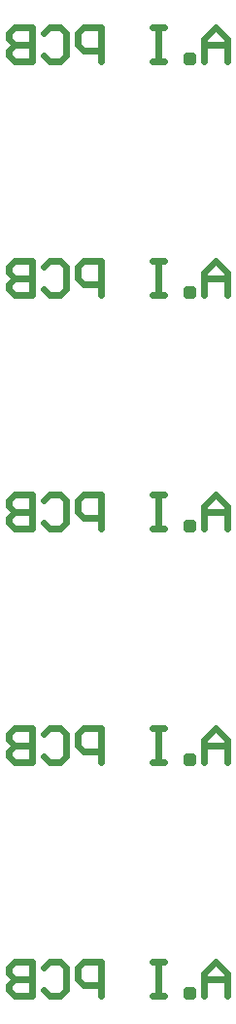
<source format=gbo>
G04 Layer_Color=32896*
%FSLAX25Y25*%
%MOIN*%
G70*
G01*
G75*
%ADD24C,0.02362*%
D24*
X92500Y326500D02*
Y334371D01*
X88564Y338307D01*
X84628Y334371D01*
Y326500D01*
Y332404D01*
X92500D01*
X80693Y326500D02*
Y328468D01*
X78725D01*
Y326500D01*
X80693D01*
X70854Y338307D02*
X66918D01*
X68886D01*
Y326500D01*
X70854D01*
X66918D01*
X49207D02*
Y338307D01*
X43303D01*
X41335Y336339D01*
Y332404D01*
X43303Y330436D01*
X49207D01*
X29528Y336339D02*
X31496Y338307D01*
X35432D01*
X37400Y336339D01*
Y328468D01*
X35432Y326500D01*
X31496D01*
X29528Y328468D01*
X25592Y338307D02*
Y326500D01*
X19689D01*
X17721Y328468D01*
Y330436D01*
X19689Y332404D01*
X25592D01*
X19689D01*
X17721Y334371D01*
Y336339D01*
X19689Y338307D01*
X25592D01*
X92500Y246500D02*
Y254372D01*
X88564Y258307D01*
X84628Y254372D01*
Y246500D01*
Y252404D01*
X92500D01*
X80693Y246500D02*
Y248468D01*
X78725D01*
Y246500D01*
X80693D01*
X70854Y258307D02*
X66918D01*
X68886D01*
Y246500D01*
X70854D01*
X66918D01*
X49207D02*
Y258307D01*
X43303D01*
X41335Y256339D01*
Y252404D01*
X43303Y250436D01*
X49207D01*
X29528Y256339D02*
X31496Y258307D01*
X35432D01*
X37400Y256339D01*
Y248468D01*
X35432Y246500D01*
X31496D01*
X29528Y248468D01*
X25592Y258307D02*
Y246500D01*
X19689D01*
X17721Y248468D01*
Y250436D01*
X19689Y252404D01*
X25592D01*
X19689D01*
X17721Y254372D01*
Y256339D01*
X19689Y258307D01*
X25592D01*
X92500Y166500D02*
Y174372D01*
X88564Y178307D01*
X84628Y174372D01*
Y166500D01*
Y172404D01*
X92500D01*
X80693Y166500D02*
Y168468D01*
X78725D01*
Y166500D01*
X80693D01*
X70854Y178307D02*
X66918D01*
X68886D01*
Y166500D01*
X70854D01*
X66918D01*
X49207D02*
Y178307D01*
X43303D01*
X41335Y176339D01*
Y172404D01*
X43303Y170436D01*
X49207D01*
X29528Y176339D02*
X31496Y178307D01*
X35432D01*
X37400Y176339D01*
Y168468D01*
X35432Y166500D01*
X31496D01*
X29528Y168468D01*
X25592Y178307D02*
Y166500D01*
X19689D01*
X17721Y168468D01*
Y170436D01*
X19689Y172404D01*
X25592D01*
X19689D01*
X17721Y174372D01*
Y176339D01*
X19689Y178307D01*
X25592D01*
X92500Y86500D02*
Y94371D01*
X88564Y98307D01*
X84628Y94371D01*
Y86500D01*
Y92404D01*
X92500D01*
X80693Y86500D02*
Y88468D01*
X78725D01*
Y86500D01*
X80693D01*
X70854Y98307D02*
X66918D01*
X68886D01*
Y86500D01*
X70854D01*
X66918D01*
X49207D02*
Y98307D01*
X43303D01*
X41335Y96339D01*
Y92404D01*
X43303Y90436D01*
X49207D01*
X29528Y96339D02*
X31496Y98307D01*
X35432D01*
X37400Y96339D01*
Y88468D01*
X35432Y86500D01*
X31496D01*
X29528Y88468D01*
X25592Y98307D02*
Y86500D01*
X19689D01*
X17721Y88468D01*
Y90436D01*
X19689Y92404D01*
X25592D01*
X19689D01*
X17721Y94371D01*
Y96339D01*
X19689Y98307D01*
X25592D01*
X92500Y6500D02*
Y14371D01*
X88564Y18307D01*
X84628Y14371D01*
Y6500D01*
Y12404D01*
X92500D01*
X80693Y6500D02*
Y8468D01*
X78725D01*
Y6500D01*
X80693D01*
X70854Y18307D02*
X66918D01*
X68886D01*
Y6500D01*
X70854D01*
X66918D01*
X49207D02*
Y18307D01*
X43303D01*
X41335Y16339D01*
Y12404D01*
X43303Y10436D01*
X49207D01*
X29528Y16339D02*
X31496Y18307D01*
X35432D01*
X37400Y16339D01*
Y8468D01*
X35432Y6500D01*
X31496D01*
X29528Y8468D01*
X25592Y18307D02*
Y6500D01*
X19689D01*
X17721Y8468D01*
Y10436D01*
X19689Y12404D01*
X25592D01*
X19689D01*
X17721Y14371D01*
Y16339D01*
X19689Y18307D01*
X25592D01*
M02*

</source>
